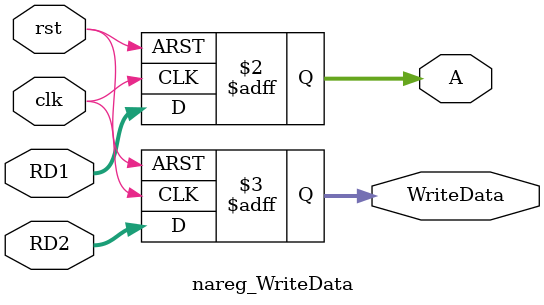
<source format=sv>
module nareg_WriteData(
    input logic     clk,
    input logic     rst,
    input logic     [31:0] RD1,
    input logic     [31:0] RD2,
    output logic    [31:0] A,
    output logic    [31:0] WriteData
);
    always_ff@(posedge clk, posedge rst) begin
        if (rst) begin
            A <= 32'h00000000; // Reset A to 0
            WriteData <= 32'h00000000; // Reset WriteData to 0
        end else begin
            // when A and WriteData are updated, store the RD1 and RD2
            A <= RD1;
            WriteData <= RD2;
        end
    end  
endmodule

</source>
